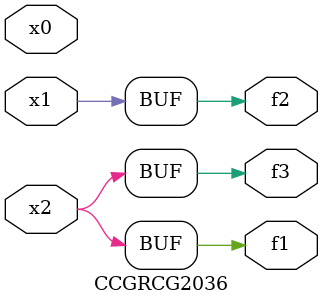
<source format=v>
module CCGRCG2036(
	input x0, x1, x2,
	output f1, f2, f3
);
	assign f1 = x2;
	assign f2 = x1;
	assign f3 = x2;
endmodule

</source>
